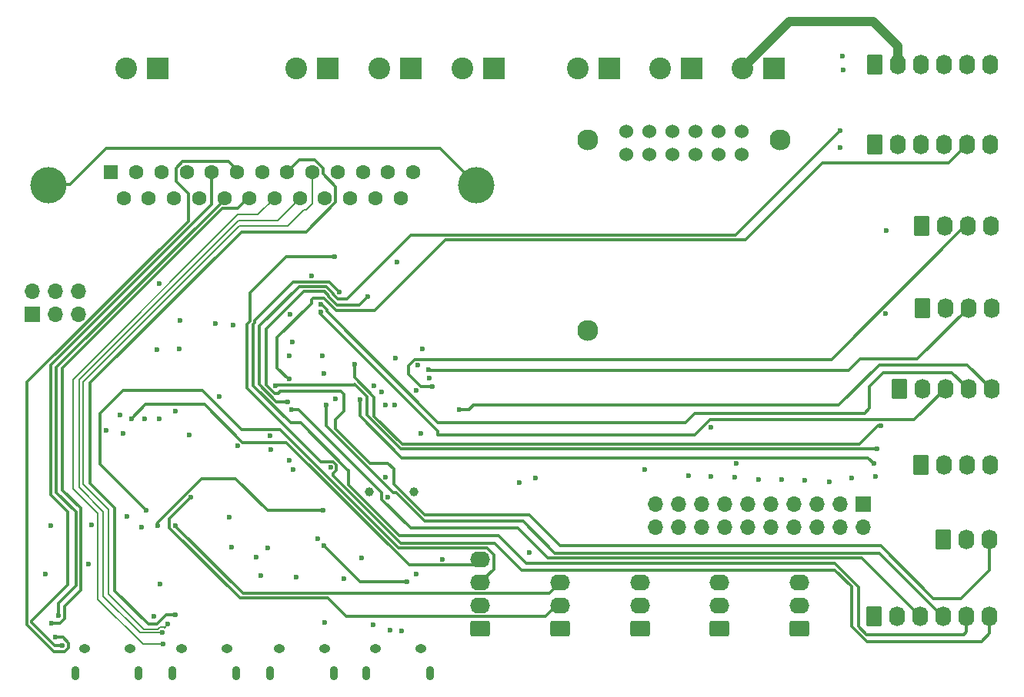
<source format=gbr>
%TF.GenerationSoftware,KiCad,Pcbnew,(6.0.0-0)*%
%TF.CreationDate,2022-12-05T15:15:10-05:00*%
%TF.ProjectId,Body_LED_Controller_V2,426f6479-5f4c-4454-945f-436f6e74726f,1.0*%
%TF.SameCoordinates,Original*%
%TF.FileFunction,Copper,L3,Inr*%
%TF.FilePolarity,Positive*%
%FSLAX46Y46*%
G04 Gerber Fmt 4.6, Leading zero omitted, Abs format (unit mm)*
G04 Created by KiCad (PCBNEW (6.0.0-0)) date 2022-12-05 15:15:10*
%MOMM*%
%LPD*%
G01*
G04 APERTURE LIST*
G04 Aperture macros list*
%AMRoundRect*
0 Rectangle with rounded corners*
0 $1 Rounding radius*
0 $2 $3 $4 $5 $6 $7 $8 $9 X,Y pos of 4 corners*
0 Add a 4 corners polygon primitive as box body*
4,1,4,$2,$3,$4,$5,$6,$7,$8,$9,$2,$3,0*
0 Add four circle primitives for the rounded corners*
1,1,$1+$1,$2,$3*
1,1,$1+$1,$4,$5*
1,1,$1+$1,$6,$7*
1,1,$1+$1,$8,$9*
0 Add four rect primitives between the rounded corners*
20,1,$1+$1,$2,$3,$4,$5,0*
20,1,$1+$1,$4,$5,$6,$7,0*
20,1,$1+$1,$6,$7,$8,$9,0*
20,1,$1+$1,$8,$9,$2,$3,0*%
G04 Aperture macros list end*
%TA.AperFunction,ComponentPad*%
%ADD10R,1.600000X1.600000*%
%TD*%
%TA.AperFunction,ComponentPad*%
%ADD11C,1.600000*%
%TD*%
%TA.AperFunction,ComponentPad*%
%ADD12C,4.000000*%
%TD*%
%TA.AperFunction,ComponentPad*%
%ADD13RoundRect,0.250000X-0.620000X-0.845000X0.620000X-0.845000X0.620000X0.845000X-0.620000X0.845000X0*%
%TD*%
%TA.AperFunction,ComponentPad*%
%ADD14O,1.740000X2.190000*%
%TD*%
%TA.AperFunction,ComponentPad*%
%ADD15R,2.400000X2.400000*%
%TD*%
%TA.AperFunction,ComponentPad*%
%ADD16C,2.400000*%
%TD*%
%TA.AperFunction,ComponentPad*%
%ADD17O,0.890000X1.550000*%
%TD*%
%TA.AperFunction,ComponentPad*%
%ADD18O,1.250000X0.950000*%
%TD*%
%TA.AperFunction,ComponentPad*%
%ADD19RoundRect,0.250000X0.845000X-0.620000X0.845000X0.620000X-0.845000X0.620000X-0.845000X-0.620000X0*%
%TD*%
%TA.AperFunction,ComponentPad*%
%ADD20O,2.190000X1.740000*%
%TD*%
%TA.AperFunction,ComponentPad*%
%ADD21C,1.007000*%
%TD*%
%TA.AperFunction,ComponentPad*%
%ADD22R,1.700000X1.700000*%
%TD*%
%TA.AperFunction,ComponentPad*%
%ADD23O,1.700000X1.700000*%
%TD*%
%TA.AperFunction,ComponentPad*%
%ADD24C,1.524000*%
%TD*%
%TA.AperFunction,ComponentPad*%
%ADD25C,2.300000*%
%TD*%
%TA.AperFunction,ViaPad*%
%ADD26C,0.600000*%
%TD*%
%TA.AperFunction,Conductor*%
%ADD27C,0.300000*%
%TD*%
%TA.AperFunction,Conductor*%
%ADD28C,0.200000*%
%TD*%
%TA.AperFunction,Conductor*%
%ADD29C,1.000000*%
%TD*%
G04 APERTURE END LIST*
D10*
%TO.N,SW_BATT_IN_POS*%
%TO.C,J22*%
X89140000Y-63335338D03*
D11*
X91910000Y-63335338D03*
%TO.N,GND*%
X94680000Y-63335338D03*
X97450000Y-63335338D03*
%TO.N,VBUS_DC*%
X100220000Y-63335338D03*
%TO.N,D-_DC*%
X102990000Y-63335338D03*
%TO.N,unconnected-(J22-Pad7)*%
X105760000Y-63335338D03*
%TO.N,GND_DP*%
X108530000Y-63335338D03*
%TO.N,D+_DP*%
X111300000Y-63335338D03*
%TO.N,GND*%
X114070000Y-63335338D03*
X116840000Y-63335338D03*
%TO.N,SW_BATT_IN_POS*%
X119610000Y-63335338D03*
X122380000Y-63335338D03*
X90525000Y-66175338D03*
X93295000Y-66175338D03*
%TO.N,GND*%
X96065000Y-66175338D03*
X98835000Y-66175338D03*
%TO.N,GND_DC*%
X101605000Y-66175338D03*
%TO.N,D+_DC*%
X104375000Y-66175338D03*
%TO.N,VBUS_DP*%
X107145000Y-66175338D03*
%TO.N,D-_DP*%
X109915000Y-66175338D03*
%TO.N,GND*%
X112685000Y-66175338D03*
X115455000Y-66175338D03*
%TO.N,SW_BATT_IN_POS*%
X118225000Y-66175338D03*
X120995000Y-66175338D03*
D12*
%TO.N,unconnected-(J22-Pad0)*%
X82210000Y-64755338D03*
X129310000Y-64755338D03*
%TD*%
D13*
%TO.N,GND*%
%TO.C,J9*%
X178440000Y-78275000D03*
D14*
%TO.N,+5V*%
X180980000Y-78275000D03*
%TO.N,MAINT_CLOCK*%
X183520000Y-78275000D03*
%TO.N,Net-(J9-Pad4)*%
X186060000Y-78275000D03*
%TD*%
D13*
%TO.N,GND*%
%TO.C,J5*%
X173210000Y-51503750D03*
D14*
%TO.N,+5V*%
X175750000Y-51503750D03*
%TO.N,CS1_CLOCK*%
X178290000Y-51503750D03*
%TO.N,Net-(J5-Pad4)*%
X180830000Y-51503750D03*
%TO.N,CS2_CLOCK*%
X183370000Y-51503750D03*
%TO.N,Net-(J5-Pad6)*%
X185910000Y-51503750D03*
%TD*%
D15*
%TO.N,GND*%
%TO.C,J17*%
X143990000Y-51900000D03*
D16*
%TO.N,+5V*%
X140490000Y-51900000D03*
%TD*%
D17*
%TO.N,unconnected-(J11-Pad6)*%
%TO.C,J11*%
X106655000Y-118530000D03*
D18*
X112655000Y-115830000D03*
X107655000Y-115830000D03*
D17*
X113655000Y-118530000D03*
%TD*%
D13*
%TO.N,GND*%
%TO.C,J7*%
X175850000Y-87208750D03*
D14*
%TO.N,+5V*%
X178390000Y-87208750D03*
%TO.N,DP_LOAD*%
X180930000Y-87208750D03*
%TO.N,DP_CLOCK*%
X183470000Y-87208750D03*
%TO.N,DP_DATA_IN*%
X186010000Y-87208750D03*
%TD*%
D13*
%TO.N,GND*%
%TO.C,J1*%
X180710000Y-103816250D03*
D14*
%TO.N,+5V*%
X183250000Y-103816250D03*
%TO.N,EXT_MIC*%
X185790000Y-103816250D03*
%TD*%
D17*
%TO.N,unconnected-(J15-Pad6)*%
%TO.C,J15*%
X95910000Y-118540000D03*
X102910000Y-118540000D03*
D18*
X96910000Y-115840000D03*
X101910000Y-115840000D03*
%TD*%
D15*
%TO.N,GND*%
%TO.C,J21*%
X94280000Y-51900000D03*
D16*
%TO.N,SW_BATT_IN_POS*%
X90780000Y-51900000D03*
%TD*%
D19*
%TO.N,GND*%
%TO.C,J24*%
X164850000Y-113600000D03*
D20*
%TO.N,RX_FU*%
X164850000Y-111060000D03*
%TO.N,TX_FU*%
X164850000Y-108520000D03*
%TD*%
D21*
%TO.N,XTAL2*%
%TO.C,Y1*%
X117580000Y-98500000D03*
%TO.N,XTAL1*%
X122460000Y-98500000D03*
%TD*%
D19*
%TO.N,GND*%
%TO.C,J13*%
X129790000Y-113600000D03*
D20*
%TO.N,+5V*%
X129790000Y-111060000D03*
%TO.N,RX_MP*%
X129790000Y-108520000D03*
%TO.N,TX_MP*%
X129790000Y-105980000D03*
%TD*%
D13*
%TO.N,GND*%
%TO.C,J27*%
X173200000Y-60227500D03*
D14*
%TO.N,+5V*%
X175740000Y-60227500D03*
%TO.N,VU1_CLOCK*%
X178280000Y-60227500D03*
%TO.N,Net-(J27-Pad4)*%
X180820000Y-60227500D03*
%TO.N,VU2_CLOCK*%
X183360000Y-60227500D03*
%TO.N,Net-(J27-Pad6)*%
X185900000Y-60227500D03*
%TD*%
D15*
%TO.N,GND*%
%TO.C,J12*%
X122145000Y-51900000D03*
D16*
%TO.N,+12V*%
X118645000Y-51900000D03*
%TD*%
D13*
%TO.N,GND*%
%TO.C,J4*%
X178370000Y-69281250D03*
D14*
%TO.N,+5V*%
X180910000Y-69281250D03*
%TO.N,LDP_CLOCK*%
X183450000Y-69281250D03*
%TO.N,Net-(J4-Pad4)*%
X185990000Y-69281250D03*
%TD*%
D15*
%TO.N,GND*%
%TO.C,J16*%
X131280000Y-51900000D03*
D16*
%TO.N,+12V*%
X127780000Y-51900000D03*
%TD*%
D22*
%TO.N,VU2_DATA*%
%TO.C,J20*%
X80450000Y-78950000D03*
D23*
%TO.N,+5V*%
X80450000Y-76410000D03*
%TO.N,VU2_CLOCK*%
X82990000Y-78950000D03*
%TO.N,YELLOW_LED*%
X82990000Y-76410000D03*
%TO.N,RESET_BL*%
X85530000Y-78950000D03*
%TO.N,GND*%
X85530000Y-76410000D03*
%TD*%
D17*
%TO.N,unconnected-(J10-Pad6)*%
%TO.C,J10*%
X124212500Y-118520000D03*
X117212500Y-118520000D03*
D18*
X123212500Y-115820000D03*
X118212500Y-115820000D03*
%TD*%
D19*
%TO.N,GND*%
%TO.C,J2*%
X138555000Y-113600000D03*
D20*
%TO.N,RX_BS*%
X138555000Y-111060000D03*
%TO.N,TX_BS*%
X138555000Y-108520000D03*
%TD*%
D24*
%TO.N,+5V*%
%TO.C,U14*%
X158525000Y-58805000D03*
%TO.N,GND*%
X155985000Y-58805000D03*
X153445000Y-58805000D03*
%TO.N,+12V*%
X150905000Y-58805000D03*
%TO.N,unconnected-(U14-Pad5)*%
X148365000Y-58805000D03*
%TO.N,unconnected-(U14-Pad6)*%
X145825000Y-58805000D03*
%TO.N,unconnected-(U14-Pad7)*%
X145825000Y-61345000D03*
%TO.N,unconnected-(U14-Pad8)*%
X148365000Y-61345000D03*
%TO.N,+12V*%
X150905000Y-61345000D03*
%TO.N,GND*%
X153445000Y-61345000D03*
X155985000Y-61345000D03*
%TO.N,+5V*%
X158525000Y-61345000D03*
D25*
%TO.N,N/C*%
X162775000Y-59735000D03*
X141575000Y-59735000D03*
X141575000Y-80735000D03*
%TD*%
D22*
%TO.N,LIMIT1*%
%TO.C,J3*%
X171890000Y-99920000D03*
D23*
%TO.N,+5V*%
X171890000Y-102460000D03*
%TO.N,LIMIT2*%
X169350000Y-99920000D03*
%TO.N,+5V*%
X169350000Y-102460000D03*
%TO.N,LIMIT3*%
X166810000Y-99920000D03*
%TO.N,+5V*%
X166810000Y-102460000D03*
%TO.N,LIMIT4*%
X164270000Y-99920000D03*
%TO.N,+5V*%
X164270000Y-102460000D03*
%TO.N,LIMIT5*%
X161730000Y-99920000D03*
%TO.N,+5V*%
X161730000Y-102460000D03*
%TO.N,LIMIT6*%
X159190000Y-99920000D03*
%TO.N,+5V*%
X159190000Y-102460000D03*
%TO.N,LIMIT7*%
X156650000Y-99920000D03*
%TO.N,+5V*%
X156650000Y-102460000D03*
%TO.N,LIMIT8*%
X154110000Y-99920000D03*
%TO.N,+5V*%
X154110000Y-102460000D03*
%TO.N,LIMIT9*%
X151570000Y-99920000D03*
%TO.N,+5V*%
X151570000Y-102460000D03*
%TO.N,LIMIT10*%
X149030000Y-99920000D03*
%TO.N,+5V*%
X149030000Y-102460000D03*
%TD*%
D19*
%TO.N,GND*%
%TO.C,J25*%
X147320000Y-113600000D03*
D20*
%TO.N,RX_ST*%
X147320000Y-111060000D03*
%TO.N,TX_ST*%
X147320000Y-108520000D03*
%TD*%
D19*
%TO.N,GND*%
%TO.C,J26*%
X156085000Y-113600000D03*
D20*
%TO.N,RX_RD*%
X156085000Y-111060000D03*
%TO.N,TX_RD*%
X156085000Y-108520000D03*
%TD*%
D15*
%TO.N,GND*%
%TO.C,J19*%
X162100000Y-51900000D03*
D16*
%TO.N,+5V*%
X158600000Y-51900000D03*
%TD*%
D13*
%TO.N,GND*%
%TO.C,J8*%
X173130000Y-112240000D03*
D14*
%TO.N,+5V*%
X175670000Y-112240000D03*
%TO.N,VU_STROBE*%
X178210000Y-112240000D03*
%TO.N,VU_RESET*%
X180750000Y-112240000D03*
%TO.N,SPECTRUM_LEFT*%
X183290000Y-112240000D03*
%TO.N,SPECTRUM_RIGHT*%
X185830000Y-112240000D03*
%TD*%
D15*
%TO.N,GND*%
%TO.C,J23*%
X113010000Y-51900000D03*
D16*
%TO.N,+12V*%
X109510000Y-51900000D03*
%TD*%
D15*
%TO.N,GND*%
%TO.C,J18*%
X153045000Y-51900000D03*
D16*
%TO.N,+5V*%
X149545000Y-51900000D03*
%TD*%
D13*
%TO.N,GND*%
%TO.C,J6*%
X178250000Y-95602500D03*
D14*
%TO.N,Net-(J6-Pad2)*%
X180790000Y-95602500D03*
%TO.N,Net-(J6-Pad3)*%
X183330000Y-95602500D03*
%TO.N,Net-(J6-Pad4)*%
X185870000Y-95602500D03*
%TD*%
D18*
%TO.N,unconnected-(J14-Pad6)*%
%TO.C,J14*%
X86190000Y-115840000D03*
D17*
X92190000Y-118540000D03*
D18*
X91190000Y-115840000D03*
D17*
X85190000Y-118540000D03*
%TD*%
D26*
%TO.N,GND*%
X96760000Y-79640000D03*
X112635000Y-112905000D03*
X112600000Y-104500000D03*
X82500000Y-102230000D03*
X160380000Y-97150000D03*
X157760000Y-96930000D03*
X135880000Y-97050000D03*
X121680000Y-108470000D03*
X113290000Y-95860000D03*
X96670000Y-82770000D03*
X102125000Y-101305000D03*
X123360000Y-82770000D03*
X111240000Y-74730000D03*
X103080000Y-93480000D03*
X165495214Y-97240000D03*
X120600000Y-73190000D03*
X114750000Y-108080000D03*
X147850000Y-96070000D03*
X173230000Y-96850000D03*
X81900000Y-107620000D03*
X109120000Y-82010000D03*
X152670000Y-96750000D03*
X94450000Y-75580000D03*
X168150000Y-97470000D03*
X93810000Y-112270000D03*
X170670000Y-96980000D03*
X155130000Y-96850000D03*
X162920000Y-97210000D03*
%TO.N,+5V*%
X109474000Y-107950000D03*
X94510000Y-108730000D03*
%TO.N,MAINT_CLOCK*%
X124040000Y-85040000D03*
%TO.N,LDP_CLOCK*%
X124459088Y-86942876D03*
%TO.N,VU1_CLOCK*%
X118050000Y-86880000D03*
%TO.N,VU2_CLOCK*%
X108760000Y-86120000D03*
%TO.N,CS2_CLOCK*%
X119330000Y-88970000D03*
%TO.N,CS1_CLOCK*%
X122720000Y-87340000D03*
%TO.N,DP_DATA_IN*%
X127450000Y-89460000D03*
X108800000Y-78960000D03*
%TO.N,DP_CLOCK*%
X112250000Y-77900000D03*
%TO.N,DP_LOAD*%
X112230000Y-78730000D03*
%TO.N,SPECTRUM_RIGHT*%
X113780000Y-72610000D03*
%TO.N,SPECTRUM_LEFT*%
X114250000Y-76550000D03*
%TO.N,VU_RESET*%
X112810000Y-89000000D03*
%TO.N,VU_STROBE*%
X109000000Y-89440000D03*
%TO.N,LDP_DATA*%
X124200000Y-85990000D03*
X174470000Y-69740000D03*
%TO.N,CS1_DATA*%
X123210000Y-92090000D03*
X169630000Y-50510000D03*
%TO.N,CS2_DATA*%
X120310000Y-88950000D03*
X169750000Y-52060000D03*
%TO.N,MAINT_DATA*%
X122860000Y-84590000D03*
X174380000Y-78910000D03*
%TO.N,VU1_DATA*%
X169370000Y-60570000D03*
X118910000Y-87550000D03*
%TO.N,VU2_DATA*%
X169395000Y-58725000D03*
X108560000Y-88590000D03*
%TO.N,+5V_BL*%
X135170000Y-105260000D03*
X120430000Y-83770000D03*
X122750000Y-107560000D03*
%TO.N,RESET_BL*%
X119370000Y-96910000D03*
X113810000Y-88330000D03*
X116690000Y-105820000D03*
X134060000Y-97490000D03*
X94185000Y-82845000D03*
%TO.N,RESET_BC*%
X105632500Y-107777500D03*
X86620000Y-106530000D03*
%TO.N,VBUS_DC*%
X83750000Y-115460000D03*
%TO.N,D-_DC*%
X83000000Y-114580000D03*
%TO.N,D+_DC*%
X82570000Y-113020000D03*
%TO.N,GND_DC*%
X83390000Y-112210000D03*
%TO.N,Net-(F1-Pad1)*%
X125570000Y-105960000D03*
X118010000Y-113170000D03*
%TO.N,D-_BL*%
X102580000Y-80150000D03*
X119810000Y-113740000D03*
%TO.N,D+_BL*%
X121100000Y-113820000D03*
X100600000Y-80020000D03*
%TO.N,EXT_MIC*%
X117400000Y-77020000D03*
%TO.N,VBUS_DP*%
X94890000Y-115340000D03*
%TO.N,LIMIT6*%
X155170000Y-91400000D03*
X157900000Y-95440000D03*
%TO.N,D-_DP*%
X94750000Y-114070000D03*
%TO.N,D+_DP*%
X95410000Y-113110000D03*
%TO.N,RX_MP*%
X93030000Y-100570000D03*
%TO.N,RX_ST*%
X90850000Y-101220000D03*
%TO.N,TX_MP*%
X91380000Y-90490000D03*
%TO.N,TX_ST*%
X90110000Y-90080000D03*
%TO.N,GND_DP*%
X96210000Y-112090000D03*
%TO.N,YELLOW_LED*%
X107250000Y-86870000D03*
X173410000Y-93820000D03*
%TO.N,GREEN_LED*%
X173840000Y-91290000D03*
X115930000Y-84470000D03*
%TO.N,RED_LED*%
X173070000Y-95440000D03*
X116500000Y-88340000D03*
%TO.N,RX_BL*%
X112430000Y-83580000D03*
X97730000Y-92260000D03*
%TO.N,TX_BL*%
X108750000Y-83520000D03*
X96250000Y-89620000D03*
%TO.N,TX_BS*%
X96220000Y-102250000D03*
%TO.N,GPIO0_BC*%
X102440000Y-104600000D03*
X101080000Y-88080000D03*
%TO.N,RX_BS*%
X97950000Y-99160000D03*
%TO.N,TXD0_BC*%
X106685000Y-93895000D03*
X88560000Y-91790000D03*
%TO.N,RXD0_BC*%
X90430000Y-92070000D03*
X106660000Y-92350000D03*
%TO.N,DTR_BC*%
X109190000Y-96110000D03*
X105120000Y-105770000D03*
%TO.N,RTS_BC*%
X106370000Y-104710000D03*
X108750000Y-95100000D03*
%TO.N,ST_LED_D_BL*%
X112580000Y-85520000D03*
X119600000Y-99100000D03*
%TO.N,ST_LED_D_BC*%
X111890000Y-103660000D03*
X92800000Y-90480000D03*
%TO.N,RX_FU*%
X92470000Y-102460000D03*
%TO.N,TX_FU*%
X94250000Y-102250000D03*
X112480000Y-100610000D03*
%TO.N,RX_RD*%
X87010000Y-102180000D03*
%TO.N,TX_RD*%
X94460000Y-90520000D03*
%TD*%
D27*
%TO.N,GND_DP*%
X96210000Y-112090000D02*
X95246444Y-112090000D01*
X111566317Y-61976000D02*
X109889338Y-61976000D01*
X95246444Y-112090000D02*
X94216444Y-113120000D01*
X89530000Y-100320000D02*
X86840000Y-97630000D01*
X113834511Y-66651482D02*
X113834511Y-64885000D01*
X89530000Y-109430000D02*
X89530000Y-100320000D01*
X94216444Y-113120000D02*
X93220000Y-113120000D01*
X110595993Y-69890000D02*
X113834511Y-66651482D01*
X112449511Y-63500000D02*
X112449511Y-62859194D01*
X93220000Y-113120000D02*
X89530000Y-109430000D01*
X86840000Y-97630000D02*
X86840000Y-86510000D01*
X86840000Y-86510000D02*
X103460000Y-69890000D01*
X103460000Y-69890000D02*
X110595993Y-69890000D01*
X113834511Y-64885000D02*
X112449511Y-63500000D01*
X112449511Y-62859194D02*
X111566317Y-61976000D01*
X109889338Y-61976000D02*
X108530000Y-63335338D01*
D28*
%TO.N,D+_DP*%
X95023919Y-113496081D02*
X94998327Y-113470489D01*
X94998327Y-113470489D02*
X94501673Y-113470489D01*
X110624433Y-67429567D02*
X111252000Y-66802000D01*
X111252000Y-63383338D02*
X111300000Y-63335338D01*
X95410000Y-113110000D02*
X95023919Y-113496081D01*
X88850000Y-100490000D02*
X86070000Y-97710000D01*
X111252000Y-66802000D02*
X111252000Y-63383338D01*
X94501673Y-113470489D02*
X94301682Y-113670480D01*
X86070000Y-86470000D02*
X103280000Y-69260000D01*
X92730480Y-113670480D02*
X88850000Y-109790000D01*
X94301682Y-113670480D02*
X92730480Y-113670480D01*
X86070000Y-97710000D02*
X86070000Y-86470000D01*
X88850000Y-109790000D02*
X88850000Y-100490000D01*
X103280000Y-69260000D02*
X108540000Y-69260000D01*
X108540000Y-69260000D02*
X110370433Y-67429567D01*
X110370433Y-67429567D02*
X110624433Y-67429567D01*
%TO.N,VBUS_DP*%
X92650000Y-115340000D02*
X87670000Y-110360000D01*
X84960000Y-86160000D02*
X103110000Y-68010000D01*
X87670000Y-110360000D02*
X87670000Y-100890000D01*
X94890000Y-115340000D02*
X92650000Y-115340000D01*
X84960000Y-98180000D02*
X84960000Y-86160000D01*
X103110000Y-68010000D02*
X105310338Y-68010000D01*
X87670000Y-100890000D02*
X84960000Y-98180000D01*
X105310338Y-68010000D02*
X107145000Y-66175338D01*
%TO.N,D-_DP*%
X94750000Y-114070000D02*
X92360000Y-114070000D01*
X85650000Y-98060000D02*
X85650000Y-86150000D01*
X92360000Y-114070000D02*
X88300000Y-110010000D01*
X88300000Y-110010000D02*
X88300000Y-100710000D01*
X85650000Y-86150000D02*
X103170000Y-68630000D01*
X88300000Y-100710000D02*
X85650000Y-98060000D01*
X103170000Y-68630000D02*
X107460338Y-68630000D01*
X107460338Y-68630000D02*
X109915000Y-66175338D01*
D27*
%TO.N,D+_DC*%
X85766531Y-109413469D02*
X84039511Y-111140489D01*
X104190480Y-66175338D02*
X103040969Y-67324849D01*
X101356572Y-67324849D02*
X83790000Y-84891421D01*
X84039511Y-111140489D02*
X84039511Y-112479037D01*
X84039511Y-112479037D02*
X83498548Y-113020000D01*
X103040969Y-67324849D02*
X101356572Y-67324849D01*
X83498548Y-113020000D02*
X82570000Y-113020000D01*
X83790000Y-84891421D02*
X83790000Y-98380000D01*
X83790000Y-98380000D02*
X85766531Y-100356531D01*
X85766531Y-100356531D02*
X85766531Y-109413469D01*
%TO.N,GND_DC*%
X101605000Y-66175338D02*
X101605000Y-66369993D01*
X101605000Y-66369993D02*
X83120000Y-84854993D01*
X85267011Y-108902989D02*
X83390000Y-110780000D01*
X83120000Y-84854993D02*
X83120000Y-98600000D01*
X85267011Y-100747011D02*
X85267011Y-108902989D01*
X83120000Y-98600000D02*
X85267011Y-100747011D01*
X83390000Y-110780000D02*
X83390000Y-112210000D01*
%TO.N,VBUS_DC*%
X100220000Y-63335338D02*
X100220000Y-66900000D01*
X100220000Y-66900000D02*
X82520000Y-84600000D01*
X82520000Y-98880000D02*
X84340000Y-100700000D01*
X82520000Y-84600000D02*
X82520000Y-98880000D01*
X82961452Y-115460000D02*
X83750000Y-115460000D01*
X84340000Y-100700000D02*
X84340000Y-108800000D01*
X84340000Y-108800000D02*
X80420000Y-112720000D01*
X80420000Y-112720000D02*
X80420000Y-112918548D01*
X80420000Y-112918548D02*
X82961452Y-115460000D01*
%TO.N,D-_DC*%
X102990000Y-63048683D02*
X102081144Y-62139827D01*
X97019856Y-62139827D02*
X96300489Y-62859194D01*
X82869511Y-116109511D02*
X84019037Y-116109511D01*
X102081144Y-62139827D02*
X97019856Y-62139827D01*
X96300489Y-64314194D02*
X97685489Y-65699194D01*
X79920481Y-113160481D02*
X82869511Y-116109511D01*
X96300489Y-62859194D02*
X96300489Y-64314194D01*
X84019037Y-116109511D02*
X84440000Y-115688548D01*
X79920481Y-86469519D02*
X79920481Y-113160481D01*
X97685489Y-65699194D02*
X97685489Y-68704511D01*
X97685489Y-68704511D02*
X79920481Y-86469519D01*
X84440000Y-115688548D02*
X84440000Y-115200000D01*
X83820000Y-114580000D02*
X83000000Y-114580000D01*
X84440000Y-115200000D02*
X83820000Y-114580000D01*
%TO.N,unconnected-(J22-Pad0)*%
X82210000Y-64709338D02*
X84642662Y-64709338D01*
X84642662Y-64709338D02*
X88632000Y-60720000D01*
X125320662Y-60720000D02*
X129310000Y-64709338D01*
X88632000Y-60720000D02*
X125320662Y-60720000D01*
%TO.N,GND*%
X112600000Y-104500000D02*
X116570000Y-108470000D01*
X116570000Y-108470000D02*
X121680000Y-108470000D01*
D29*
%TO.N,+5V*%
X163800000Y-46700000D02*
X173041250Y-46700000D01*
X173041250Y-46700000D02*
X175750000Y-49408750D01*
X175750000Y-49408750D02*
X175750000Y-51503750D01*
X158600000Y-51900000D02*
X163800000Y-46700000D01*
D27*
%TO.N,MAINT_CLOCK*%
X170330000Y-85170000D02*
X124170000Y-85170000D01*
X124170000Y-85170000D02*
X124040000Y-85040000D01*
X183520000Y-78275000D02*
X177875000Y-83920000D01*
X171580000Y-83920000D02*
X170330000Y-85170000D01*
X177875000Y-83920000D02*
X171580000Y-83920000D01*
%TO.N,LDP_CLOCK*%
X183090202Y-69281250D02*
X168430963Y-83940489D01*
X183450000Y-69281250D02*
X183090202Y-69281250D01*
X121840000Y-85541452D02*
X123241424Y-86942876D01*
X123241424Y-86942876D02*
X124459088Y-86942876D01*
X121840000Y-84691452D02*
X121840000Y-85541452D01*
X168430963Y-83940489D02*
X122590963Y-83940489D01*
X122590963Y-83940489D02*
X121840000Y-84691452D01*
%TO.N,VU2_CLOCK*%
X158950480Y-70739520D02*
X167430000Y-62260000D01*
X108760000Y-86120000D02*
X108650000Y-86120000D01*
X111183698Y-77396302D02*
X111350000Y-77230000D01*
X118130000Y-78570000D02*
X125960480Y-70739520D01*
X108650000Y-86120000D02*
X107420000Y-84890000D01*
X107420000Y-84890000D02*
X107420000Y-81550000D01*
X125960480Y-70739520D02*
X158950480Y-70739520D01*
X167430000Y-62260000D02*
X181327500Y-62260000D01*
X107420000Y-81550000D02*
X110960000Y-78010000D01*
X110990000Y-78010000D02*
X111183698Y-77816302D01*
X111350000Y-77230000D02*
X112598596Y-77230000D01*
X112598596Y-77230000D02*
X113938596Y-78570000D01*
X111183698Y-77816302D02*
X111183698Y-77396302D01*
X110960000Y-78010000D02*
X110990000Y-78010000D01*
X181327500Y-62260000D02*
X183360000Y-60227500D01*
X113938596Y-78570000D02*
X118130000Y-78570000D01*
%TO.N,DP_DATA_IN*%
X129020000Y-88990000D02*
X128550000Y-89460000D01*
X183331250Y-84530000D02*
X173680000Y-84530000D01*
X128550000Y-89460000D02*
X127450000Y-89460000D01*
X169220000Y-88990000D02*
X129020000Y-88990000D01*
X173680000Y-84530000D02*
X169220000Y-88990000D01*
X186010000Y-87208750D02*
X183331250Y-84530000D01*
%TO.N,DP_CLOCK*%
X172580000Y-86910000D02*
X174090000Y-85400000D01*
X152360000Y-90910000D02*
X153410000Y-89860000D01*
X125120000Y-90910000D02*
X152360000Y-90910000D01*
X181661250Y-85400000D02*
X183470000Y-87208750D01*
X112879511Y-78460963D02*
X112879511Y-78669511D01*
X172580000Y-89340000D02*
X172580000Y-86910000D01*
X112250000Y-77900000D02*
X112318548Y-77900000D01*
X172060000Y-89860000D02*
X172580000Y-89340000D01*
X174090000Y-85400000D02*
X181661250Y-85400000D01*
X112318548Y-77900000D02*
X112879511Y-78460963D01*
X112879511Y-78669511D02*
X125120000Y-90910000D01*
X153410000Y-89860000D02*
X172060000Y-89860000D01*
%TO.N,DP_LOAD*%
X153411452Y-92240000D02*
X125070000Y-92240000D01*
X177518750Y-90620000D02*
X155031452Y-90620000D01*
X112230000Y-78991452D02*
X112230000Y-78730000D01*
X180930000Y-87208750D02*
X177518750Y-90620000D01*
X125070000Y-92240000D02*
X125070000Y-91831452D01*
X125070000Y-91831452D02*
X112230000Y-78991452D01*
X155031452Y-90620000D02*
X153411452Y-92240000D01*
%TO.N,SPECTRUM_RIGHT*%
X185830000Y-114090000D02*
X184910000Y-115010000D01*
X104410000Y-79721452D02*
X104410000Y-76580000D01*
X184910000Y-115010000D02*
X172310000Y-115010000D01*
X172310000Y-115010000D02*
X170630000Y-113330000D01*
X104090000Y-80041452D02*
X104410000Y-79721452D01*
X112220489Y-95210489D02*
X104090000Y-87080000D01*
X185830000Y-112240000D02*
X185830000Y-114090000D01*
X121030000Y-104230000D02*
X113559037Y-96759037D01*
X170630000Y-108990000D02*
X168790000Y-107150000D01*
X104090000Y-87080000D02*
X104090000Y-80041452D01*
X113559037Y-96759037D02*
X113559037Y-96509511D01*
X134310000Y-107150000D02*
X131390000Y-104230000D01*
X104410000Y-76580000D02*
X108380000Y-72610000D01*
X170630000Y-113330000D02*
X170630000Y-108990000D01*
X168790000Y-107150000D02*
X134310000Y-107150000D01*
X108380000Y-72610000D02*
X113780000Y-72610000D01*
X113939511Y-95590963D02*
X113559037Y-95210489D01*
X113559037Y-96509511D02*
X113939511Y-96129037D01*
X113559037Y-95210489D02*
X112220489Y-95210489D01*
X131390000Y-104230000D02*
X121030000Y-104230000D01*
X113939511Y-96129037D02*
X113939511Y-95590963D01*
%TO.N,SPECTRUM_LEFT*%
X108892512Y-90942512D02*
X109997488Y-90942512D01*
X104909520Y-79928359D02*
X104800000Y-80037879D01*
X168766427Y-106420000D02*
X171370000Y-109023573D01*
X171370000Y-113363572D02*
X172266428Y-114260000D01*
X104800000Y-86850000D02*
X108892512Y-90942512D01*
X172780000Y-114280000D02*
X182980000Y-114280000D01*
X114250000Y-76533572D02*
X113126428Y-75410000D01*
X115184976Y-96130000D02*
X115280000Y-96130000D01*
X134870000Y-106420000D02*
X168766427Y-106420000D01*
X109180000Y-75410000D02*
X104909520Y-79680480D01*
X114250000Y-76550000D02*
X114250000Y-76533572D01*
X120836428Y-103330000D02*
X131780000Y-103330000D01*
X172266428Y-114260000D02*
X172760000Y-114260000D01*
X104909520Y-79680480D02*
X104909520Y-79928359D01*
X171370000Y-109023573D02*
X171370000Y-113363572D01*
X113126428Y-75410000D02*
X109180000Y-75410000D01*
X115280000Y-97773572D02*
X120836428Y-103330000D01*
X115280000Y-96130000D02*
X115280000Y-97773572D01*
X104800000Y-80037879D02*
X104800000Y-86850000D01*
X183290000Y-113970000D02*
X183290000Y-112240000D01*
X182980000Y-114280000D02*
X183290000Y-113970000D01*
X172760000Y-114260000D02*
X172780000Y-114280000D01*
X109997488Y-90942512D02*
X115184976Y-96130000D01*
X131780000Y-103330000D02*
X134870000Y-106420000D01*
%TO.N,VU_RESET*%
X123630000Y-101770000D02*
X120510000Y-98650000D01*
X134500000Y-101770000D02*
X123630000Y-101770000D01*
X173670000Y-105270000D02*
X138000000Y-105270000D01*
X180640000Y-112240000D02*
X173670000Y-105270000D01*
X138000000Y-105270000D02*
X134500000Y-101770000D01*
X120510000Y-98650000D02*
X120191452Y-98650000D01*
X120191452Y-98650000D02*
X112810000Y-91268548D01*
X180750000Y-112240000D02*
X180640000Y-112240000D01*
X112810000Y-91268548D02*
X112810000Y-89000000D01*
%TO.N,VU_STROBE*%
X178210000Y-112240000D02*
X171770000Y-105800000D01*
X122111452Y-102530000D02*
X118950489Y-99369037D01*
X171770000Y-105800000D02*
X137170000Y-105800000D01*
X137170000Y-105800000D02*
X133900000Y-102530000D01*
X109780000Y-89440000D02*
X109000000Y-89440000D01*
X118950489Y-98610489D02*
X109780000Y-89440000D01*
X133900000Y-102530000D02*
X122111452Y-102530000D01*
X118950489Y-99369037D02*
X118950489Y-98610489D01*
%TO.N,VU2_DATA*%
X113600489Y-76690489D02*
X113600489Y-76819037D01*
X109840000Y-75920000D02*
X112830000Y-75920000D01*
X113600489Y-76819037D02*
X114071452Y-77290000D01*
X122170000Y-70240000D02*
X157880000Y-70240000D01*
X108560000Y-88590000D02*
X107345025Y-88590000D01*
X107345025Y-88590000D02*
X105480000Y-86724975D01*
X112830000Y-75920000D02*
X113600489Y-76690489D01*
X105480000Y-86724975D02*
X105480000Y-80280000D01*
X105480000Y-80280000D02*
X109840000Y-75920000D01*
X115120000Y-77290000D02*
X122170000Y-70240000D01*
X114071452Y-77290000D02*
X115120000Y-77290000D01*
X157880000Y-70240000D02*
X169395000Y-58725000D01*
%TO.N,EXT_MIC*%
X107760000Y-87470000D02*
X107570000Y-87660000D01*
X117627880Y-95380000D02*
X113818940Y-91571060D01*
X179640000Y-110310000D02*
X173830000Y-104500000D01*
X185790000Y-107190000D02*
X182670000Y-110310000D01*
X113818940Y-91571060D02*
X113818940Y-90601060D01*
X182670000Y-110310000D02*
X179640000Y-110310000D01*
X114740000Y-87780000D02*
X114430000Y-87470000D01*
X173830000Y-104500000D02*
X138540000Y-104500000D01*
X113818940Y-90601060D02*
X114740000Y-89680000D01*
X120230000Y-97663572D02*
X120230000Y-96030000D01*
X114025024Y-77950000D02*
X116470000Y-77950000D01*
X106200000Y-86738548D02*
X106200000Y-80600000D01*
X107570000Y-87660000D02*
X107121452Y-87660000D01*
X185790000Y-103816250D02*
X185790000Y-107190000D01*
X138540000Y-104500000D02*
X135130000Y-101090000D01*
X112660000Y-76470000D02*
X113100969Y-76910969D01*
X113100969Y-76910969D02*
X113100970Y-77025946D01*
X135130000Y-101090000D02*
X123656428Y-101090000D01*
X120230000Y-96030000D02*
X119580000Y-95380000D01*
X119580000Y-95380000D02*
X117627880Y-95380000D01*
X114740000Y-89680000D02*
X114740000Y-87780000D01*
X123656428Y-101090000D02*
X120230000Y-97663572D01*
X113100970Y-77025946D02*
X114025024Y-77950000D01*
X116470000Y-77950000D02*
X117400000Y-77020000D01*
X107121452Y-87660000D02*
X106200000Y-86738548D01*
X114430000Y-87470000D02*
X107760000Y-87470000D01*
X106200000Y-80600000D02*
X110330000Y-76470000D01*
X110330000Y-76470000D02*
X112660000Y-76470000D01*
%TO.N,RX_MP*%
X103510489Y-91700489D02*
X99150000Y-87340000D01*
X131234520Y-107075480D02*
X131234520Y-105474859D01*
X129790000Y-108520000D02*
X131234520Y-107075480D01*
X87910489Y-89869511D02*
X87910489Y-95450489D01*
X90440000Y-87340000D02*
X87910489Y-89869511D01*
X121480480Y-104760480D02*
X121470000Y-104750000D01*
X99150000Y-87340000D02*
X90440000Y-87340000D01*
X87910489Y-95450489D02*
X93030000Y-100570000D01*
X107726917Y-91700489D02*
X103510489Y-91700489D01*
X121470000Y-104750000D02*
X120776428Y-104750000D01*
X120776428Y-104750000D02*
X107726917Y-91700489D01*
X131234520Y-105474859D02*
X130520141Y-104760480D01*
X130520141Y-104760480D02*
X121480480Y-104760480D01*
%TO.N,TX_MP*%
X103618548Y-93100000D02*
X99428548Y-88910000D01*
X129160489Y-106609511D02*
X121929511Y-106609511D01*
X99428548Y-88910000D02*
X92960000Y-88910000D01*
X92960000Y-88910000D02*
X91380000Y-90490000D01*
X108420000Y-93100000D02*
X103618548Y-93100000D01*
X129790000Y-105980000D02*
X129160489Y-106609511D01*
X121929511Y-106609511D02*
X108420000Y-93100000D01*
%TO.N,YELLOW_LED*%
X120990000Y-93820000D02*
X117280000Y-90110000D01*
X117280000Y-88020000D02*
X115930000Y-86670000D01*
X117280000Y-90110000D02*
X117280000Y-88020000D01*
X115830489Y-86769511D02*
X107350489Y-86769511D01*
X107350489Y-86769511D02*
X107250000Y-86870000D01*
X115930000Y-86670000D02*
X115830489Y-86769511D01*
X173410000Y-93820000D02*
X120990000Y-93820000D01*
%TO.N,GREEN_LED*%
X171449520Y-93320480D02*
X121196908Y-93320480D01*
X121196908Y-93320480D02*
X118098214Y-90221786D01*
X115930000Y-85963572D02*
X115930000Y-84470000D01*
X173480000Y-91290000D02*
X171449520Y-93320480D01*
X173840000Y-91290000D02*
X173480000Y-91290000D01*
X118098214Y-88131787D02*
X115930000Y-85963572D01*
X118098214Y-90221786D02*
X118098214Y-88131787D01*
%TO.N,RED_LED*%
X121110489Y-94790489D02*
X116500000Y-90180000D01*
X172420489Y-94790489D02*
X121110489Y-94790489D01*
X116500000Y-90180000D02*
X116500000Y-88340000D01*
X173070000Y-95440000D02*
X172420489Y-94790489D01*
%TO.N,TX_BS*%
X96220000Y-102330000D02*
X96220000Y-102250000D01*
X137335480Y-109739520D02*
X103629520Y-109739520D01*
X103629520Y-109739520D02*
X96220000Y-102330000D01*
X138555000Y-108520000D02*
X137335480Y-109739520D01*
%TO.N,RX_BS*%
X138240000Y-110980000D02*
X136940480Y-112279520D01*
X103290492Y-110239040D02*
X95570000Y-102518548D01*
X95570000Y-101540000D02*
X97950000Y-99160000D01*
X115050480Y-112279520D02*
X113010000Y-110239040D01*
X138320000Y-111060000D02*
X138240000Y-110980000D01*
X138555000Y-111060000D02*
X138320000Y-111060000D01*
X95570000Y-102518548D02*
X95570000Y-101540000D01*
X113010000Y-110239040D02*
X103290492Y-110239040D01*
X136940480Y-112279520D02*
X115050480Y-112279520D01*
%TO.N,TX_FU*%
X102860000Y-97110000D02*
X99081452Y-97110000D01*
X94250000Y-101941452D02*
X94250000Y-102250000D01*
X99081452Y-97110000D02*
X94250000Y-101941452D01*
X106360000Y-100610000D02*
X102860000Y-97110000D01*
X112480000Y-100610000D02*
X106360000Y-100610000D01*
%TD*%
M02*

</source>
